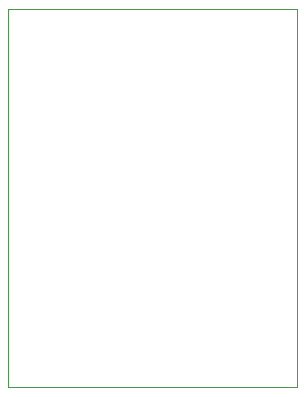
<source format=gm1>
%TF.GenerationSoftware,KiCad,Pcbnew,9.0.5*%
%TF.CreationDate,2025-10-22T18:31:25+01:00*%
%TF.ProjectId,ZX Interface 1 ROM 39SF010,5a582049-6e74-4657-9266-616365203120,rev?*%
%TF.SameCoordinates,Original*%
%TF.FileFunction,Profile,NP*%
%FSLAX46Y46*%
G04 Gerber Fmt 4.6, Leading zero omitted, Abs format (unit mm)*
G04 Created by KiCad (PCBNEW 9.0.5) date 2025-10-22 18:31:25*
%MOMM*%
%LPD*%
G01*
G04 APERTURE LIST*
%TA.AperFunction,Profile*%
%ADD10C,0.050000*%
%TD*%
G04 APERTURE END LIST*
D10*
X149000000Y-102500000D02*
X173500000Y-102500000D01*
X173500000Y-134500000D01*
X149000000Y-134500000D01*
X149000000Y-102500000D01*
M02*

</source>
